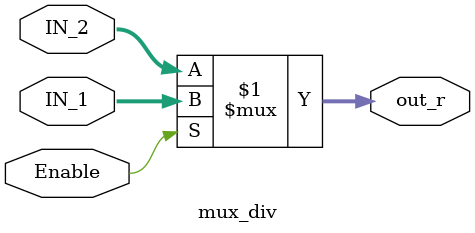
<source format=v>
module mux_div
(
    input  [23:0]   IN_1, IN_2,
    input           Enable,
    output [23:0]   out_r
);
    
assign out_r   = (Enable)? IN_1 : IN_2;

endmodule //mux_div



</source>
